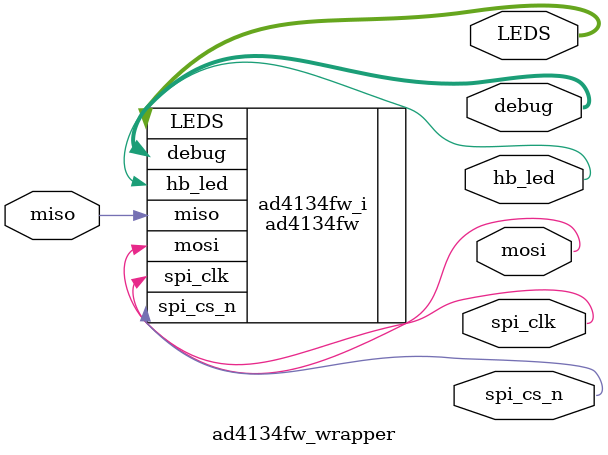
<source format=v>
`timescale 1 ps / 1 ps

module ad4134fw_wrapper
   (LEDS,
    debug,
    hb_led,
    miso,
    mosi,
    spi_clk,
    spi_cs_n);
  output [6:0]LEDS;
  output [3:0]debug;
  output [0:0]hb_led;
  input miso;
  output mosi;
  output spi_clk;
  output spi_cs_n;

  wire [6:0]LEDS;
  wire [3:0]debug;
  wire [0:0]hb_led;
  wire miso;
  wire mosi;
  wire spi_clk;
  wire spi_cs_n;

  ad4134fw ad4134fw_i
       (.LEDS(LEDS),
        .debug(debug),
        .hb_led(hb_led),
        .miso(miso),
        .mosi(mosi),
        .spi_clk(spi_clk),
        .spi_cs_n(spi_cs_n));
endmodule

</source>
